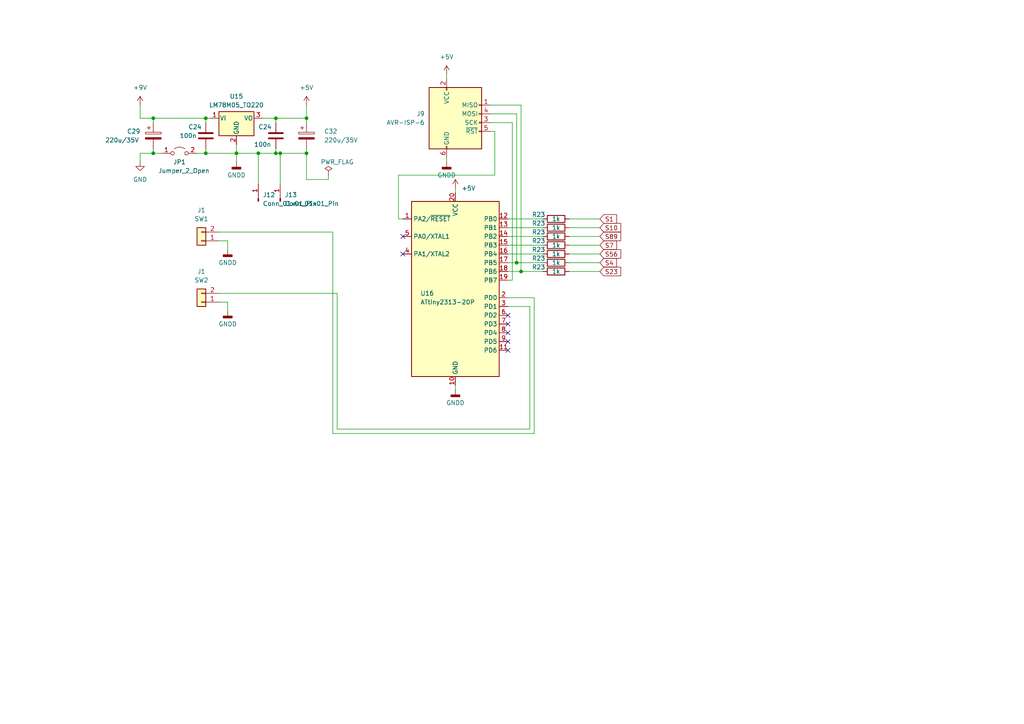
<source format=kicad_sch>
(kicad_sch (version 20230121) (generator eeschema)
  (paper "A4")
  (title_block (title "Line Selector (control)") (date "2023-10-17") (rev "1.0") (company "Chuck Timber") (comment 1 "DK-FX0002"))
  (lib_symbols
    (symbol "Connector:AVR-ISP-6" (pin_names (offset 1.016))
      (property "Reference" "J" (at -6.35 11.43 0))
      (property "Value" "AVR-ISP-6" (at 0 11.43 0))
      (symbol "AVR-ISP-6_0_1"
        (rectangle (start -2.667 -6.858) (end -2.413 -7.62))
        (rectangle (start -2.667 10.16) (end -2.413 9.398))
        (rectangle (start 7.62 -2.413) (end 6.858 -2.667))
        (rectangle (start 7.62 0.127) (end 6.858 -0.127))
        (rectangle (start 7.62 2.667) (end 6.858 2.413))
        (rectangle (start 7.62 5.207) (end 6.858 4.953))
        (rectangle (start 7.62 10.16) (end -7.62 -7.62) (stroke (width 0.254)) (fill (type background)))
      )
      (symbol "AVR-ISP-6_1_1"
        (pin passive line (at 10.16 5.08 180) (length 2.54) (name "MISO") (number "1"))
        (pin passive line (at -2.54 12.7 270) (length 2.54) (name "VCC") (number "2"))
        (pin passive line (at 10.16 0 180) (length 2.54) (name "SCK") (number "3"))
        (pin passive line (at 10.16 2.54 180) (length 2.54) (name "MOSI") (number "4"))
        (pin passive line (at 10.16 -2.54 180) (length 2.54) (name "~{RST}") (number "5"))
        (pin passive line (at -2.54 -10.16 90) (length 2.54) (name "GND") (number "6"))
      )
    )
    (symbol "Connector:Conn_01x01_Pin" (pin_names (offset 1.016) hide)
      (property "Reference" "J" (at 0 2.54 0))
      (property "Value" "Conn_01x01_Pin" (at 0 -2.54 0))
      (symbol "Conn_01x01_Pin_1_1"
        (polyline (pts (xy 1.27 0) (xy 0.8636 0)) (stroke (width 0.1524)))
        (rectangle (start 0.8636 0.127) (end 0 -0.127) (stroke (width 0.1524)) (fill (type outline)))
        (pin passive line (at 5.08 0 180) (length 3.81) (name "Pin_1") (number "1"))
      )
    )
    (symbol "Connector_Generic:Conn_01x02" (pin_names (offset 1.016) hide)
      (property "Reference" "J" (at 0 2.54 0))
      (property "Value" "Conn_01x02" (at 0 -5.08 0))
      (symbol "Conn_01x02_1_1"
        (rectangle (start -1.27 -2.413) (end 0 -2.667) (stroke (width 0.1524)))
        (rectangle (start -1.27 0.127) (end 0 -0.127) (stroke (width 0.1524)))
        (rectangle (start -1.27 1.27) (end 1.27 -3.81) (stroke (width 0.254)) (fill (type background)))
        (pin passive line (at -5.08 0 0) (length 3.81) (name "Pin_1") (number "1"))
        (pin passive line (at -5.08 -2.54 0) (length 3.81) (name "Pin_2") (number "2"))
      )
    )
    (symbol "Device:C" (pin_numbers hide) (pin_names (offset 0.254))
      (property "Reference" "C" (at 0.635 2.54 0))
      (property "Value" "C" (at 0.635 -2.54 0))
      (symbol "C_0_1"
        (polyline (pts (xy -2.032 -0.762) (xy 2.032 -0.762)) (stroke (width 0.508)))
        (polyline (pts (xy -2.032 0.762) (xy 2.032 0.762)) (stroke (width 0.508)))
      )
      (symbol "C_1_1"
        (pin passive line (at 0 3.81 270) (length 2.794) (name "~") (number "1"))
        (pin passive line (at 0 -3.81 90) (length 2.794) (name "~") (number "2"))
      )
    )
    (symbol "Device:C_Polarized" (pin_numbers hide) (pin_names (offset 0.254))
      (property "Reference" "C" (at 0.635 2.54 0))
      (property "Value" "C_Polarized" (at 0.635 -2.54 0))
      (symbol "C_Polarized_0_1"
        (rectangle (start -2.286 0.508) (end 2.286 1.016))
        (polyline (pts (xy -1.778 2.286) (xy -0.762 2.286)))
        (polyline (pts (xy -1.27 2.794) (xy -1.27 1.778)))
        (rectangle (start 2.286 -0.508) (end -2.286 -1.016) (fill (type outline)))
      )
      (symbol "C_Polarized_1_1"
        (pin passive line (at 0 3.81 270) (length 2.794) (name "~") (number "1"))
        (pin passive line (at 0 -3.81 90) (length 2.794) (name "~") (number "2"))
      )
    )
    (symbol "Device:R" (pin_numbers hide) (pin_names (offset 0))
      (property "Reference" "R" (at 2.032 0 90))
      (property "Value" "R" (at 0 0 90))
      (symbol "R_0_1"
        (rectangle (start -1.016 -2.54) (end 1.016 2.54) (stroke (width 0.254)))
      )
      (symbol "R_1_1"
        (pin passive line (at 0 3.81 270) (length 1.27) (name "~") (number "1"))
        (pin passive line (at 0 -3.81 90) (length 1.27) (name "~") (number "2"))
      )
    )
    (symbol "Jumper:Jumper_2_Open" (pin_names (offset 0) hide)
      (property "Reference" "JP" (at 0 2.794 0))
      (property "Value" "Jumper_2_Open" (at 0 -2.286 0))
      (symbol "Jumper_2_Open_0_0"
        (circle (center -2.032 0) (radius 0.508))
        (circle (center 2.032 0) (radius 0.508))
      )
      (symbol "Jumper_2_Open_0_1"
        (arc (start 1.524 1.27) (mid 0 1.778) (end -1.524 1.27))
      )
      (symbol "Jumper_2_Open_1_1"
        (pin passive line (at -5.08 0 0) (length 2.54) (name "A") (number "1"))
        (pin passive line (at 5.08 0 180) (length 2.54) (name "B") (number "2"))
      )
    )
    (symbol "MCU_Microchip_ATtiny:ATtiny2313-20P"
      (property "Reference" "U" (at -12.7 26.67 0))
      (property "Value" "ATtiny2313-20P" (at 2.54 -26.67 0))
      (symbol "ATtiny2313-20P_0_1"
        (rectangle (start -12.7 -25.4) (end 12.7 25.4) (stroke (width 0.254)) (fill (type background)))
      )
      (symbol "ATtiny2313-20P_1_1"
        (pin bidirectional line (at -15.24 20.32 0) (length 2.54) (name "PA2/~{RESET}") (number "1"))
        (pin power_in line (at 0 -27.94 90) (length 2.54) (name "GND") (number "10"))
        (pin bidirectional line (at 15.24 -17.78 180) (length 2.54) (name "PD6") (number "11"))
        (pin bidirectional line (at 15.24 20.32 180) (length 2.54) (name "PB0") (number "12"))
        (pin bidirectional line (at 15.24 17.78 180) (length 2.54) (name "PB1") (number "13"))
        (pin bidirectional line (at 15.24 15.24 180) (length 2.54) (name "PB2") (number "14"))
        (pin bidirectional line (at 15.24 12.7 180) (length 2.54) (name "PB3") (number "15"))
        (pin bidirectional line (at 15.24 10.16 180) (length 2.54) (name "PB4") (number "16"))
        (pin bidirectional line (at 15.24 7.62 180) (length 2.54) (name "PB5") (number "17"))
        (pin bidirectional line (at 15.24 5.08 180) (length 2.54) (name "PB6") (number "18"))
        (pin bidirectional line (at 15.24 2.54 180) (length 2.54) (name "PB7") (number "19"))
        (pin bidirectional line (at 15.24 -2.54 180) (length 2.54) (name "PD0") (number "2"))
        (pin power_in line (at 0 27.94 270) (length 2.54) (name "VCC") (number "20"))
        (pin bidirectional line (at 15.24 -5.08 180) (length 2.54) (name "PD1") (number "3"))
        (pin bidirectional line (at -15.24 10.16 0) (length 2.54) (name "PA1/XTAL2") (number "4"))
        (pin bidirectional line (at -15.24 15.24 0) (length 2.54) (name "PA0/XTAL1") (number "5"))
        (pin bidirectional line (at 15.24 -7.62 180) (length 2.54) (name "PD2") (number "6"))
        (pin bidirectional line (at 15.24 -10.16 180) (length 2.54) (name "PD3") (number "7"))
        (pin bidirectional line (at 15.24 -12.7 180) (length 2.54) (name "PD4") (number "8"))
        (pin bidirectional line (at 15.24 -15.24 180) (length 2.54) (name "PD5") (number "9"))
      )
    )
    (symbol "Regulator_Linear:LM78M05_TO220" (pin_names (offset 0.254))
      (property "Reference" "U" (at -3.81 3.175 0))
      (property "Value" "LM78M05_TO220" (at 0 3.175 0))
      (symbol "LM78M05_TO220_0_1"
        (rectangle (start -5.08 1.905) (end 5.08 -5.08) (stroke (width 0.254)) (fill (type background)))
      )
      (symbol "LM78M05_TO220_1_1"
        (pin power_in line (at -7.62 0 0) (length 2.54) (name "VI") (number "1"))
        (pin power_in line (at 0 -7.62 90) (length 2.54) (name "GND") (number "2"))
        (pin power_out line (at 7.62 0 180) (length 2.54) (name "VO") (number "3"))
      )
    )
    (symbol "power:+5V" (power) (pin_names (offset 0))
      (property "Value" "+5V" (at 0 3.556 0))
      (symbol "+5V_0_1"
        (polyline (pts (xy -0.762 1.27) (xy 0 2.54)))
        (polyline (pts (xy 0 0) (xy 0 2.54)))
        (polyline (pts (xy 0 2.54) (xy 0.762 1.27)))
      )
      (symbol "+5V_1_1"
        (pin power_in line (at 0 0 90) (length 0) hide (name "+5V") (number "1"))
      )
    )
    (symbol "power:+9V" (power) (pin_names (offset 0))
      (property "Value" "+9V" (at 0 3.556 0))
      (symbol "+9V_0_1"
        (polyline (pts (xy -0.762 1.27) (xy 0 2.54)))
        (polyline (pts (xy 0 0) (xy 0 2.54)))
        (polyline (pts (xy 0 2.54) (xy 0.762 1.27)))
      )
      (symbol "+9V_1_1"
        (pin power_in line (at 0 0 90) (length 0) hide (name "+9V") (number "1"))
      )
    )
    (symbol "power:GND" (power) (pin_names (offset 0))
      (property "Value" "GND" (at 0 -3.81 0))
      (symbol "GND_0_1"
        (polyline (pts (xy 0 0) (xy 0 -1.27) (xy 1.27 -1.27) (xy 0 -2.54) (xy -1.27 -1.27) (xy 0 -1.27)))
      )
      (symbol "GND_1_1"
        (pin power_in line (at 0 0 270) (length 0) hide (name "GND") (number "1"))
      )
    )
    (symbol "power:GNDD" (power) (pin_names (offset 0))
      (property "Value" "GNDD" (at 0 -3.175 0))
      (symbol "GNDD_0_1"
        (rectangle (start -1.27 -1.524) (end 1.27 -2.032) (stroke (width 0.254)) (fill (type outline)))
        (polyline (pts (xy 0 0) (xy 0 -1.524)))
      )
      (symbol "GNDD_1_1"
        (pin power_in line (at 0 0 270) (length 0) hide (name "GNDD") (number "1"))
      )
    )
    (symbol "power:PWR_FLAG" (power) (pin_numbers hide) (pin_names (offset 0) hide)
      (property "Value" "PWR_FLAG" (at 0 3.81 0))
      (symbol "PWR_FLAG_0_0"
        (pin power_out line (at 0 0 90) (length 0) (name "pwr") (number "1"))
      )
      (symbol "PWR_FLAG_0_1"
        (polyline (pts (xy 0 0) (xy 0 1.27) (xy -1.016 1.905) (xy 0 2.54) (xy 1.016 1.905) (xy 0 1.27)))
      )
    )
  )
  (junction (at 88.9 44.45))
  (junction (at 74.93 44.45))
  (junction (at 44.45 34.29))
  (junction (at 59.69 44.45))
  (junction (at 80.01 44.45))
  (junction (at 151.13 78.74))
  (junction (at 88.9 34.29))
  (junction (at 149.86 76.2))
  (junction (at 80.01 34.29))
  (junction (at 44.45 44.45))
  (junction (at 59.69 34.29))
  (junction (at 68.58 44.45))
  (junction (at 81.28 44.45))
  (no_connect (at 147.32 101.6))
  (no_connect (at 147.32 93.98))
  (no_connect (at 116.84 68.58))
  (no_connect (at 116.84 73.66))
  (no_connect (at 147.32 99.06))
  (no_connect (at 147.32 96.52))
  (no_connect (at 147.32 91.44))
  (wire (pts (xy 132.08 111.76) (xy 132.08 113.03)))
  (wire (pts (xy 80.01 34.29) (xy 88.9 34.29)))
  (wire (pts (xy 154.94 125.73) (xy 154.94 86.36)))
  (wire (pts (xy 63.5 69.85) (xy 66.04 69.85)))
  (wire (pts (xy 147.32 68.58) (xy 157.48 68.58)))
  (wire (pts (xy 88.9 43.18) (xy 88.9 44.45)))
  (wire (pts (xy 63.5 67.31) (xy 96.52 67.31)))
  (wire (pts (xy 59.69 34.29) (xy 59.69 35.56)))
  (wire (pts (xy 129.54 45.72) (xy 129.54 46.99)))
  (wire (pts (xy 165.1 71.12) (xy 173.99 71.12)))
  (wire (pts (xy 63.5 85.09) (xy 97.79 85.09)))
  (wire (pts (xy 151.13 30.48) (xy 151.13 78.74)))
  (wire (pts (xy 74.93 44.45) (xy 80.01 44.45)))
  (wire (pts (xy 165.1 66.04) (xy 173.99 66.04)))
  (wire (pts (xy 143.51 50.8) (xy 143.51 38.1)))
  (wire (pts (xy 154.94 86.36) (xy 147.32 86.36)))
  (wire (pts (xy 143.51 38.1) (xy 142.24 38.1)))
  (wire (pts (xy 165.1 63.5) (xy 173.99 63.5)))
  (wire (pts (xy 80.01 43.18) (xy 80.01 44.45)))
  (wire (pts (xy 95.25 50.8) (xy 95.25 52.07)))
  (wire (pts (xy 68.58 44.45) (xy 68.58 46.99)))
  (wire (pts (xy 153.67 124.46) (xy 153.67 88.9)))
  (wire (pts (xy 68.58 41.91) (xy 68.58 44.45)))
  (wire (pts (xy 97.79 85.09) (xy 97.79 124.46)))
  (wire (pts (xy 116.84 63.5) (xy 115.57 63.5)))
  (wire (pts (xy 115.57 63.5) (xy 115.57 50.8)))
  (wire (pts (xy 40.64 44.45) (xy 44.45 44.45)))
  (wire (pts (xy 153.67 88.9) (xy 147.32 88.9)))
  (wire (pts (xy 147.32 71.12) (xy 157.48 71.12)))
  (wire (pts (xy 88.9 30.48) (xy 88.9 34.29)))
  (wire (pts (xy 63.5 87.63) (xy 66.04 87.63)))
  (wire (pts (xy 80.01 34.29) (xy 80.01 35.56)))
  (wire (pts (xy 66.04 87.63) (xy 66.04 90.17)))
  (wire (pts (xy 88.9 44.45) (xy 81.28 44.45)))
  (wire (pts (xy 165.1 73.66) (xy 173.99 73.66)))
  (wire (pts (xy 149.86 33.02) (xy 149.86 76.2)))
  (wire (pts (xy 81.28 44.45) (xy 80.01 44.45)))
  (wire (pts (xy 147.32 76.2) (xy 149.86 76.2)))
  (wire (pts (xy 147.32 63.5) (xy 157.48 63.5)))
  (wire (pts (xy 96.52 67.31) (xy 96.52 125.73)))
  (wire (pts (xy 59.69 44.45) (xy 68.58 44.45)))
  (wire (pts (xy 151.13 78.74) (xy 157.48 78.74)))
  (wire (pts (xy 165.1 68.58) (xy 173.99 68.58)))
  (wire (pts (xy 97.79 124.46) (xy 153.67 124.46)))
  (wire (pts (xy 129.54 21.59) (xy 129.54 22.86)))
  (wire (pts (xy 148.59 81.28) (xy 147.32 81.28)))
  (wire (pts (xy 165.1 78.74) (xy 173.99 78.74)))
  (wire (pts (xy 142.24 30.48) (xy 151.13 30.48)))
  (wire (pts (xy 40.64 34.29) (xy 44.45 34.29)))
  (wire (pts (xy 148.59 35.56) (xy 148.59 81.28)))
  (wire (pts (xy 96.52 125.73) (xy 154.94 125.73)))
  (wire (pts (xy 95.25 52.07) (xy 88.9 52.07)))
  (wire (pts (xy 147.32 66.04) (xy 157.48 66.04)))
  (wire (pts (xy 74.93 53.34) (xy 74.93 44.45)))
  (wire (pts (xy 44.45 34.29) (xy 59.69 34.29)))
  (wire (pts (xy 59.69 34.29) (xy 60.96 34.29)))
  (wire (pts (xy 165.1 76.2) (xy 173.99 76.2)))
  (wire (pts (xy 66.04 69.85) (xy 66.04 72.39)))
  (wire (pts (xy 142.24 35.56) (xy 148.59 35.56)))
  (wire (pts (xy 57.15 44.45) (xy 59.69 44.45)))
  (wire (pts (xy 132.08 54.61) (xy 132.08 55.88)))
  (wire (pts (xy 40.64 30.48) (xy 40.64 34.29)))
  (wire (pts (xy 76.2 34.29) (xy 80.01 34.29)))
  (wire (pts (xy 44.45 44.45) (xy 46.99 44.45)))
  (wire (pts (xy 44.45 34.29) (xy 44.45 35.56)))
  (wire (pts (xy 142.24 33.02) (xy 149.86 33.02)))
  (wire (pts (xy 88.9 52.07) (xy 88.9 44.45)))
  (wire (pts (xy 88.9 34.29) (xy 88.9 35.56)))
  (wire (pts (xy 147.32 78.74) (xy 151.13 78.74)))
  (wire (pts (xy 149.86 76.2) (xy 157.48 76.2)))
  (wire (pts (xy 44.45 43.18) (xy 44.45 44.45)))
  (wire (pts (xy 115.57 50.8) (xy 143.51 50.8)))
  (wire (pts (xy 40.64 44.45) (xy 40.64 46.99)))
  (wire (pts (xy 81.28 44.45) (xy 81.28 53.34)))
  (wire (pts (xy 59.69 43.18) (xy 59.69 44.45)))
  (wire (pts (xy 68.58 44.45) (xy 74.93 44.45)))
  (wire (pts (xy 147.32 73.66) (xy 157.48 73.66)))
  (global_label "S89" (shape input) (at 173.99 68.58 0) (property "Intersheetrefs" "${INTERSHEET_REFS}" (effects hide)))
  (global_label "S23" (shape input) (at 173.99 78.74 0) (property "Intersheetrefs" "${INTERSHEET_REFS}" (effects hide)))
  (global_label "S10" (shape input) (at 173.99 66.04 0) (property "Intersheetrefs" "${INTERSHEET_REFS}" (effects hide)))
  (global_label "S1" (shape input) (at 173.99 63.5 0) (property "Intersheetrefs" "${INTERSHEET_REFS}" (effects hide)))
  (global_label "S56" (shape input) (at 173.99 73.66 0) (property "Intersheetrefs" "${INTERSHEET_REFS}" (effects hide)))
  (global_label "S7" (shape input) (at 173.99 71.12 0) (property "Intersheetrefs" "${INTERSHEET_REFS}" (effects hide)))
  (global_label "S4" (shape input) (at 173.99 76.2 0) (property "Intersheetrefs" "${INTERSHEET_REFS}" (effects hide)))
  (symbol (lib_id "Regulator_Linear:LM78M05_TO220") (at 68.58 34.29 0) (unit 1)
    (property "Reference" "U15" (at 68.58 27.94 0))
    (property "Value" "LM78M05_TO220" (at 68.58 30.48 0))
    (property "Footprint" "Package_TO_SOT_THT:TO-220-3_Vertical" (effects hide))
    (property "Datasheet" "https://www.onsemi.com/pub/Collateral/MC78M00-D.PDF" (effects hide))
  )
  (symbol (lib_id "Connector_Generic:Conn_01x02") (at 58.42 69.85 180) (unit 1)
    (property "Reference" "J1" (at 58.42 60.96 0))
    (property "Value" "SW1" (at 58.42 63.5 0))
    (property "Footprint" "Connector_PinSocket_2.54mm:PinSocket_1x02_P2.54mm_Vertical" (effects hide))
    (instances (project "Line_Selector" (path "" (reference "J1") (unit 1)) (path "" (reference "J10") (unit 1))))
  )
  (symbol (lib_id "power:GNDD") (at 129.54 46.99 0) (unit 1)
    (property "Reference" "#PWR064" (effects hide))
    (property "Value" "GNDD" (at 129.54 50.8 0))
  )
  (symbol (lib_id "power:+5V") (at 132.08 54.61 0) (unit 1)
    (property "Reference" "#PWR062" (effects hide))
    (property "Value" "+5V" (at 135.89 54.61 0))
  )
  (symbol (lib_id "Connector:AVR-ISP-6") (at 132.08 35.56 0) (unit 1)
    (property "Reference" "J9" (at 123.19 33.02 0) (effects (justify right)))
    (property "Value" "AVR-ISP-6" (at 123.19 35.56 0) (effects (justify right)))
    (property "Footprint" "Connector_IDC:IDC-Header_2x03_P2.54mm_Vertical" (effects hide))
    (property "Datasheet" " ~" (effects hide))
  )
  (symbol (lib_id "Jumper:Jumper_2_Open") (at 52.07 44.45 0) (unit 1)
    (property "Reference" "JP1" (at 52.07 46.99 0))
    (property "Value" "Jumper_2_Open" (at 53.34 49.53 0))
    (property "Footprint" "Library:GND_BRG" (effects hide))
  )
  (symbol (lib_id "Device:R") (at 161.29 71.12 90) (unit 1)
    (property "Reference" "R23" (at 156.21 69.85 90))
    (property "Value" "1k" (at 161.29 71.12 90))
    (property "Footprint" "Resistor_THT:R_Axial_DIN0204_L3.6mm_D1.6mm_P5.08mm_Vertical" (effects hide))
    (instances (project "Line_Selector" (path "" (reference "R23") (unit 1)) (path "" (reference "R39") (unit 1))))
  )
  (symbol (lib_id "Device:R") (at 161.29 63.5 90) (unit 1)
    (property "Reference" "R23" (at 156.21 62.23 90))
    (property "Value" "1k" (at 161.29 63.5 90))
    (property "Footprint" "Resistor_THT:R_Axial_DIN0204_L3.6mm_D1.6mm_P5.08mm_Vertical" (effects hide))
    (instances (project "Line_Selector" (path "" (reference "R23") (unit 1)) (path "" (reference "R36") (unit 1))))
  )
  (symbol (lib_id "power:GND") (at 40.64 46.99 0) (unit 1)
    (property "Reference" "#PWR070" (effects hide))
    (property "Value" "GND" (at 40.64 52.07 0))
  )
  (symbol (lib_id "Device:C") (at 80.01 39.37 0) (mirror y) (unit 1)
    (property "Reference" "C24" (at 74.93 36.83 0) (effects (justify right)))
    (property "Value" "100n" (at 73.66 41.91 0) (effects (justify right)))
    (property "Footprint" "Capacitor_THT:C_Disc_D5.0mm_W2.5mm_P5.00mm" (effects hide))
    (instances (project "Line_Selector" (path "" (reference "C24") (unit 1)) (path "" (reference "C31") (unit 1))))
  )
  (symbol (lib_id "Connector_Generic:Conn_01x02") (at 58.42 87.63 180) (unit 1)
    (property "Reference" "J1" (at 58.42 78.74 0))
    (property "Value" "SW2" (at 58.42 81.28 0))
    (property "Footprint" "Connector_PinSocket_2.54mm:PinSocket_1x02_P2.54mm_Vertical" (effects hide))
    (instances (project "Line_Selector" (path "" (reference "J1") (unit 1)) (path "" (reference "J11") (unit 1))))
  )
  (symbol (lib_id "Device:R") (at 161.29 73.66 90) (unit 1)
    (property "Reference" "R23" (at 156.21 72.39 90))
    (property "Value" "1k" (at 161.29 73.66 90))
    (property "Footprint" "Resistor_THT:R_Axial_DIN0204_L3.6mm_D1.6mm_P5.08mm_Vertical" (effects hide))
    (instances (project "Line_Selector" (path "" (reference "R23") (unit 1)) (path "" (reference "R40") (unit 1))))
  )
  (symbol (lib_id "Connector:Conn_01x01_Pin") (at 74.93 58.42 90) (unit 1)
    (property "Reference" "J12" (at 76.2 56.515 90) (effects (justify right)))
    (property "Value" "Conn_01x01_Pin" (at 76.2 59.055 90) (effects (justify right)))
    (property "Footprint" "Connector_Wire:SolderWire-0.5sqmm_1x01_D0.9mm_OD2.1mm" (effects hide))
  )
  (symbol (lib_id "Device:C_Polarized") (at 88.9 39.37 0) (unit 1)
    (property "Reference" "C32" (at 93.98 38.1 0) (effects (justify left)))
    (property "Value" "220u/35V" (at 93.98 40.64 0) (effects (justify left)))
    (property "Footprint" "Capacitor_THT:CP_Radial_D10.0mm_P2.50mm_P5.00mm" (effects hide))
  )
  (symbol (lib_id "power:PWR_FLAG") (at 95.25 50.8 0) (unit 1)
    (property "Reference" "#FLG05" (effects hide))
    (property "Value" "PWR_FLAG" (at 97.79 46.99 0))
  )
  (symbol (lib_id "Device:R") (at 161.29 68.58 90) (unit 1)
    (property "Reference" "R23" (at 156.21 67.31 90))
    (property "Value" "1k" (at 161.29 68.58 90))
    (property "Footprint" "Resistor_THT:R_Axial_DIN0204_L3.6mm_D1.6mm_P5.08mm_Vertical" (effects hide))
    (instances (project "Line_Selector" (path "" (reference "R23") (unit 1)) (path "" (reference "R38") (unit 1))))
  )
  (symbol (lib_id "Device:C_Polarized") (at 44.45 39.37 0) (unit 1)
    (property "Reference" "C29" (at 36.83 38.1 0) (effects (justify left)))
    (property "Value" "220u/35V" (at 30.48 40.64 0) (effects (justify left)))
    (property "Footprint" "Capacitor_THT:CP_Radial_D10.0mm_P2.50mm_P5.00mm" (effects hide))
  )
  (symbol (lib_id "power:+5V") (at 88.9 30.48 0) (unit 1)
    (property "Reference" "#PWR068" (effects hide))
    (property "Value" "+5V" (at 88.9 25.4 0))
  )
  (symbol (lib_id "power:GNDD") (at 66.04 72.39 0) (unit 1)
    (property "Reference" "#PWR066" (effects hide))
    (property "Value" "GNDD" (at 66.04 76.2 0))
  )
  (symbol (lib_id "Device:C") (at 59.69 39.37 0) (mirror y) (unit 1)
    (property "Reference" "C24" (at 54.61 36.83 0) (effects (justify right)))
    (property "Value" "100n" (at 52.07 39.37 0) (effects (justify right)))
    (property "Footprint" "Capacitor_THT:C_Disc_D5.0mm_W2.5mm_P5.00mm" (effects hide))
    (instances (project "Line_Selector" (path "" (reference "C24") (unit 1)) (path "" (reference "C30") (unit 1))))
  )
  (symbol (lib_id "Connector:Conn_01x01_Pin") (at 81.28 58.42 90) (unit 1)
    (property "Reference" "J13" (at 82.55 56.515 90) (effects (justify right)))
    (property "Value" "Conn_01x01_Pin" (at 82.55 59.055 90) (effects (justify right)))
    (property "Footprint" "Connector_Wire:SolderWire-0.5sqmm_1x01_D0.9mm_OD2.1mm" (effects hide))
  )
  (symbol (lib_id "power:+5V") (at 129.54 21.59 0) (unit 1)
    (property "Reference" "#PWR063" (effects hide))
    (property "Value" "+5V" (at 129.54 16.51 0))
  )
  (symbol (lib_id "Device:R") (at 161.29 66.04 90) (unit 1)
    (property "Reference" "R23" (at 156.21 64.77 90))
    (property "Value" "1k" (at 161.29 66.04 90))
    (property "Footprint" "Resistor_THT:R_Axial_DIN0204_L3.6mm_D1.6mm_P5.08mm_Vertical" (effects hide))
    (instances (project "Line_Selector" (path "" (reference "R23") (unit 1)) (path "" (reference "R37") (unit 1))))
  )
  (symbol (lib_id "Device:R") (at 161.29 78.74 90) (unit 1)
    (property "Reference" "R23" (at 156.21 77.47 90))
    (property "Value" "1k" (at 161.29 78.74 90))
    (property "Footprint" "Resistor_THT:R_Axial_DIN0204_L3.6mm_D1.6mm_P5.08mm_Vertical" (effects hide))
    (instances (project "Line_Selector" (path "" (reference "R23") (unit 1)) (path "" (reference "R42") (unit 1))))
  )
  (symbol (lib_id "power:+9V") (at 40.64 30.48 0) (unit 1)
    (property "Reference" "#PWR067" (effects hide))
    (property "Value" "+9V" (at 40.64 25.4 0))
  )
  (symbol (lib_id "Device:R") (at 161.29 76.2 90) (unit 1)
    (property "Reference" "R23" (at 156.21 74.93 90))
    (property "Value" "1k" (at 161.29 76.2 90))
    (property "Footprint" "Resistor_THT:R_Axial_DIN0204_L3.6mm_D1.6mm_P5.08mm_Vertical" (effects hide))
    (instances (project "Line_Selector" (path "" (reference "R23") (unit 1)) (path "" (reference "R41") (unit 1))))
  )
  (symbol (lib_id "power:GNDD") (at 68.58 46.99 0) (unit 1)
    (property "Reference" "#PWR069" (effects hide))
    (property "Value" "GNDD" (at 68.58 50.8 0))
  )
  (symbol (lib_id "power:GNDD") (at 132.08 113.03 0) (unit 1)
    (property "Reference" "#PWR065" (effects hide))
    (property "Value" "GNDD" (at 132.08 116.84 0))
  )
  (symbol (lib_id "MCU_Microchip_ATtiny:ATtiny2313-20P") (at 132.08 83.82 0) (unit 1)
    (property "Reference" "U16" (at 121.92 85.09 0) (effects (justify left)))
    (property "Value" "ATtiny2313-20P" (at 121.92 87.63 0) (effects (justify left)))
    (property "Footprint" "Package_DIP:DIP-20_W7.62mm" (effects hide))
    (property "Datasheet" "http://ww1.microchip.com/downloads/en/DeviceDoc/Atmel-2543-AVR-ATtiny2313_Datasheet.pdf" (effects hide))
  )
  (symbol (lib_id "power:GNDD") (at 66.04 90.17 0) (unit 1)
    (property "Reference" "#PWR071" (effects hide))
    (property "Value" "GNDD" (at 66.04 93.98 0))
  )
)
</source>
